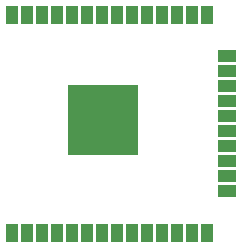
<source format=gbr>
G04 EAGLE Gerber RS-274X export*
G75*
%MOMM*%
%FSLAX34Y34*%
%LPD*%
%INSolderpaste Top*%
%IPPOS*%
%AMOC8*
5,1,8,0,0,1.08239X$1,22.5*%
G01*
%ADD10R,1.000000X1.500000*%
%ADD11R,1.500000X1.000000*%
%ADD12R,6.000000X6.000000*%


D10*
X445620Y199600D03*
X458320Y199600D03*
X471020Y199600D03*
X483720Y199600D03*
X496420Y199600D03*
X509120Y199600D03*
X521820Y199600D03*
X534520Y199600D03*
D11*
X590020Y349400D03*
D10*
X572620Y384600D03*
X559920Y384600D03*
X547220Y384600D03*
X534520Y384600D03*
X521820Y384600D03*
X509120Y384600D03*
X496420Y384600D03*
D11*
X590020Y260500D03*
D10*
X547220Y199600D03*
X559920Y199600D03*
X572620Y199600D03*
D11*
X590020Y235100D03*
X590020Y247800D03*
D10*
X432920Y199600D03*
X420220Y199600D03*
X407520Y199600D03*
D11*
X590020Y273200D03*
X590020Y285900D03*
X590020Y298600D03*
X590020Y336700D03*
X590020Y324000D03*
X590020Y311300D03*
D10*
X483720Y384600D03*
X471020Y384600D03*
X458320Y384600D03*
X445620Y384600D03*
X432920Y384600D03*
X420220Y384600D03*
X407520Y384600D03*
D12*
X484520Y295100D03*
M02*

</source>
